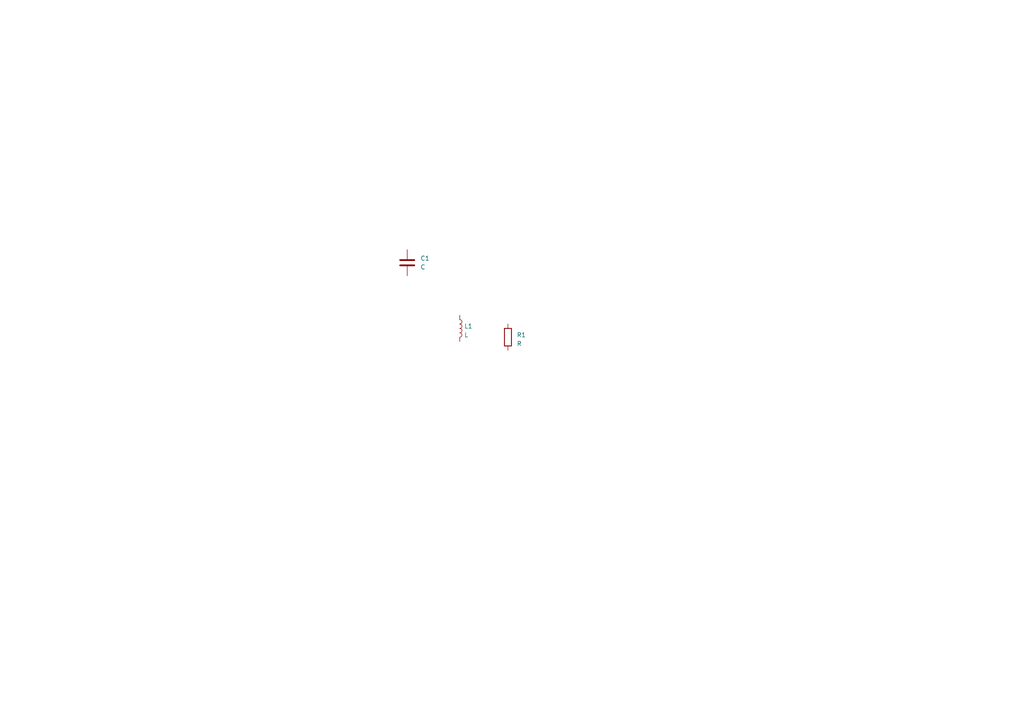
<source format=kicad_sch>
(kicad_sch (version 20230121) (generator eeschema)
  (paper "A4")
  (lib_symbols
    (symbol "Device:C" (pin_numbers hide) (pin_names (offset 0.254))
      (property "Reference" "C" (at 0.635 2.54 0))
      (property "Value" "C" (at 0.635 -2.54 0))
      (symbol "C_0_1"
        (polyline (pts (xy -2.032 -0.762) (xy 2.032 -0.762)) (stroke (width 0.508)))
        (polyline (pts (xy -2.032 0.762) (xy 2.032 0.762)) (stroke (width 0.508)))
      )
      (symbol "C_1_1"
        (pin passive line (at 0 3.81 270) (length 2.794) (name "~") (number "1"))
        (pin passive line (at 0 -3.81 90) (length 2.794) (name "~") (number "2"))
      )
    )
    (symbol "Device:L" (pin_numbers hide) (pin_names (offset 1.016) hide)
      (property "Reference" "L" (at -1.27 0 90))
      (property "Value" "L" (at 1.905 0 90))
      (symbol "L_0_1"
        (arc (start 0 -2.54) (mid 0.6323 -1.905) (end 0 -1.27))
        (arc (start 0 -1.27) (mid 0.6323 -0.635) (end 0 0))
        (arc (start 0 0) (mid 0.6323 0.635) (end 0 1.27))
        (arc (start 0 1.27) (mid 0.6323 1.905) (end 0 2.54))
      )
      (symbol "L_1_1"
        (pin passive line (at 0 3.81 270) (length 1.27) (name "1") (number "1"))
        (pin passive line (at 0 -3.81 90) (length 1.27) (name "2") (number "2"))
      )
    )
    (symbol "Device:R" (pin_numbers hide) (pin_names (offset 0))
      (property "Reference" "R" (at 2.032 0 90))
      (property "Value" "R" (at 0 0 90))
      (symbol "R_0_1"
        (rectangle (start -1.016 -2.54) (end 1.016 2.54) (stroke (width 0.254)))
      )
      (symbol "R_1_1"
        (pin passive line (at 0 3.81 270) (length 1.27) (name "~") (number "1"))
        (pin passive line (at 0 -3.81 90) (length 1.27) (name "~") (number "2"))
      )
    )
  )
  (symbol (lib_id "Device:C") (at 118.11 76.2 0) (unit 1)
    (property "Reference" "C1" (at 121.92 74.93 0) (effects (justify left)))
    (property "Value" "C" (at 121.92 77.47 0) (effects (justify left)))
  )
  (symbol (lib_id "Device:L") (at 133.35 95.25 0) (unit 1)
    (property "Reference" "L1" (at 134.62 94.615 0) (effects (justify left)))
    (property "Value" "L" (at 134.62 97.155 0) (effects (justify left)))
  )
  (symbol (lib_id "Device:R") (at 147.32 97.79 0) (unit 1)
    (property "Reference" "R1" (at 149.86 97.155 0) (effects (justify left)))
    (property "Value" "R" (at 149.86 99.695 0) (effects (justify left)))
  )
)
</source>
